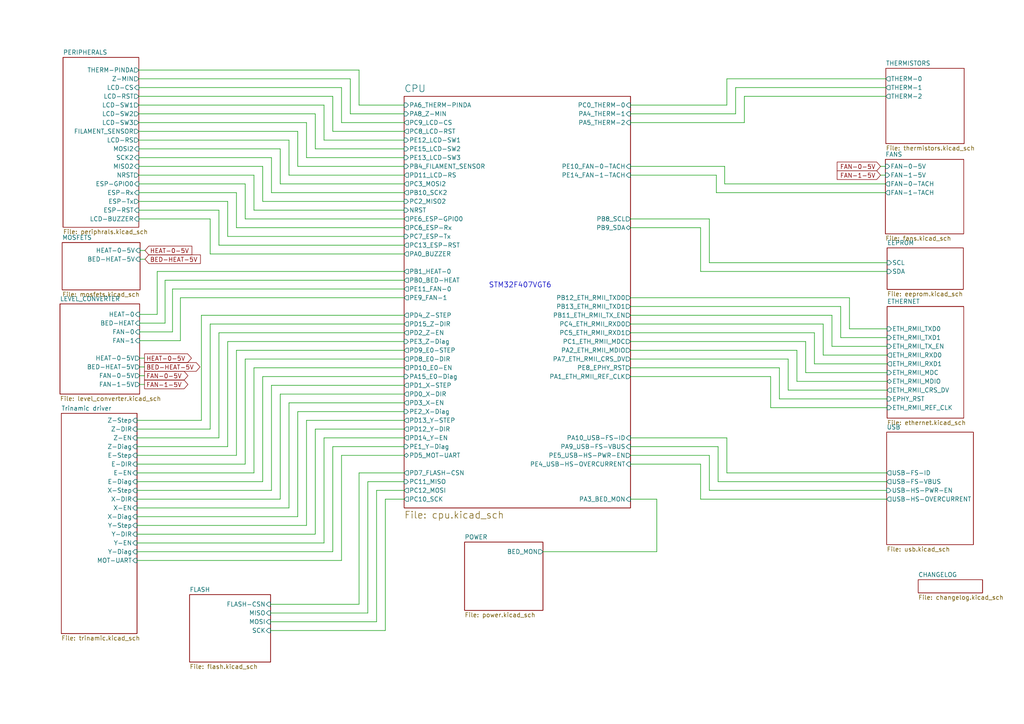
<source format=kicad_sch>
(kicad_sch
	(version 20231120)
	(generator "eeschema")
	(generator_version "8.0")
	(uuid "7fd16a52-1398-4be1-8d5a-5954df9cac25")
	(paper "A4")
	(title_block
		(title "Buddy")
		(date "2019-10-24")
		(rev "v1.0.0")
		(company "PRUSA Research s.r.o.")
		(comment 1 "http://creativecommons.org/licenses/by-sa/4.0/")
		(comment 2 "Licensed under the Attribution-ShareAlike 4.0 International (CC BY-SA 4.0)")
	)
	(lib_symbols)
	(wire
		(pts
			(xy 40.259 50.8) (xy 73.66 50.8)
		)
		(stroke
			(width 0)
			(type default)
		)
		(uuid "001ba8b1-28aa-4d51-b437-89a980543733")
	)
	(wire
		(pts
			(xy 78.486 177.8) (xy 106.68 177.8)
		)
		(stroke
			(width 0)
			(type default)
		)
		(uuid "01a90c37-067b-4e8e-a5f4-9bc71dde8b86")
	)
	(wire
		(pts
			(xy 73.66 106.68) (xy 117.221 106.68)
		)
		(stroke
			(width 0)
			(type default)
		)
		(uuid "0251695c-e7e8-43bc-82c9-5fadc9bac563")
	)
	(wire
		(pts
			(xy 76.2 109.22) (xy 117.221 109.22)
		)
		(stroke
			(width 0)
			(type default)
		)
		(uuid "04093fa8-84aa-4bd3-b3ba-b515ac34567f")
	)
	(wire
		(pts
			(xy 99.06 132.08) (xy 117.221 132.08)
		)
		(stroke
			(width 0)
			(type default)
		)
		(uuid "046ab13e-6831-4173-8225-e2a4e2103d9f")
	)
	(wire
		(pts
			(xy 86.36 119.38) (xy 117.221 119.38)
		)
		(stroke
			(width 0)
			(type default)
		)
		(uuid "0846e188-dd77-4fa2-8609-cdfc28c0779d")
	)
	(wire
		(pts
			(xy 182.88 91.44) (xy 241.3 91.44)
		)
		(stroke
			(width 0)
			(type default)
		)
		(uuid "08502112-3e70-4822-8749-75c86e13e7c7")
	)
	(wire
		(pts
			(xy 39.751 147.32) (xy 83.82 147.32)
		)
		(stroke
			(width 0)
			(type default)
		)
		(uuid "0856c66f-191f-45d2-b995-cfd44a5f578b")
	)
	(wire
		(pts
			(xy 58.42 91.44) (xy 117.221 91.44)
		)
		(stroke
			(width 0)
			(type default)
		)
		(uuid "0ba6db7b-749c-494a-9c3c-435deb9e584a")
	)
	(wire
		(pts
			(xy 45.593 78.74) (xy 45.593 91.186)
		)
		(stroke
			(width 0)
			(type default)
		)
		(uuid "0e01ff42-df35-4783-a644-4be634d7643f")
	)
	(wire
		(pts
			(xy 39.751 160.02) (xy 96.52 160.02)
		)
		(stroke
			(width 0)
			(type default)
		)
		(uuid "0e12b795-728b-42d5-a117-63f2c6926f32")
	)
	(wire
		(pts
			(xy 109.22 142.24) (xy 117.221 142.24)
		)
		(stroke
			(width 0)
			(type default)
		)
		(uuid "0f2510f8-afd6-4540-8333-59cb3697b0d9")
	)
	(wire
		(pts
			(xy 40.259 27.94) (xy 96.52 27.94)
		)
		(stroke
			(width 0)
			(type default)
		)
		(uuid "0f4210bc-05a6-4086-8395-447f381e6393")
	)
	(wire
		(pts
			(xy 104.14 30.48) (xy 117.221 30.48)
		)
		(stroke
			(width 0)
			(type default)
		)
		(uuid "0f8ad180-6577-4f44-8dba-44e6ff855db7")
	)
	(wire
		(pts
			(xy 52.324 86.36) (xy 52.324 98.806)
		)
		(stroke
			(width 0)
			(type default)
		)
		(uuid "1493ab79-1613-4482-8e53-0de37e97fd99")
	)
	(wire
		(pts
			(xy 246.38 86.36) (xy 246.38 95.377)
		)
		(stroke
			(width 0)
			(type default)
		)
		(uuid "15a26371-bcc3-4c03-bd8e-eab499b4ce01")
	)
	(wire
		(pts
			(xy 228.6 104.14) (xy 228.6 113.157)
		)
		(stroke
			(width 0)
			(type default)
		)
		(uuid "1748c390-5f64-4048-bbde-000dcb10a92d")
	)
	(wire
		(pts
			(xy 182.88 101.6) (xy 231.14 101.6)
		)
		(stroke
			(width 0)
			(type default)
		)
		(uuid "1a203b62-2a3f-4aa4-9389-ed5d54d169e0")
	)
	(wire
		(pts
			(xy 86.36 48.26) (xy 117.221 48.26)
		)
		(stroke
			(width 0)
			(type default)
		)
		(uuid "1b770d19-2a26-47e3-a468-471ae48e1e88")
	)
	(wire
		(pts
			(xy 109.22 142.24) (xy 109.22 180.34)
		)
		(stroke
			(width 0)
			(type default)
		)
		(uuid "1c62e52c-9772-4dda-96ee-ec30e08504b5")
	)
	(wire
		(pts
			(xy 39.751 162.56) (xy 99.06 162.56)
		)
		(stroke
			(width 0)
			(type default)
		)
		(uuid "1e56f0c0-4d7c-4141-a860-bc108c1f490f")
	)
	(wire
		(pts
			(xy 40.259 22.86) (xy 101.6 22.86)
		)
		(stroke
			(width 0)
			(type default)
		)
		(uuid "1f1ab8be-341b-4996-9d43-de14a87be218")
	)
	(wire
		(pts
			(xy 39.751 149.86) (xy 86.36 149.86)
		)
		(stroke
			(width 0)
			(type default)
		)
		(uuid "1f6b2ac8-61b1-461d-9d82-fda625ece7b6")
	)
	(wire
		(pts
			(xy 246.38 95.377) (xy 257.302 95.377)
		)
		(stroke
			(width 0)
			(type default)
		)
		(uuid "21becaf2-5e0b-4381-890a-f413af965889")
	)
	(wire
		(pts
			(xy 68.58 101.6) (xy 117.221 101.6)
		)
		(stroke
			(width 0)
			(type default)
		)
		(uuid "228ab768-03f2-4827-b4c8-2cfa2faf6a0d")
	)
	(wire
		(pts
			(xy 39.751 132.08) (xy 68.58 132.08)
		)
		(stroke
			(width 0)
			(type default)
		)
		(uuid "2310b86d-326e-404c-9bb9-161a0cb561e5")
	)
	(wire
		(pts
			(xy 40.513 108.966) (xy 41.91 108.966)
		)
		(stroke
			(width 0)
			(type default)
		)
		(uuid "240199c2-625b-4125-a067-fcf82d9fb605")
	)
	(wire
		(pts
			(xy 40.259 63.5) (xy 60.96 63.5)
		)
		(stroke
			(width 0)
			(type default)
		)
		(uuid "24cab40a-78ce-4123-a272-e28a7f2c2335")
	)
	(wire
		(pts
			(xy 238.76 102.997) (xy 257.302 102.997)
		)
		(stroke
			(width 0)
			(type default)
		)
		(uuid "24e2a692-9471-42b9-8dae-0a478f9c3f1d")
	)
	(wire
		(pts
			(xy 231.14 101.6) (xy 231.14 110.617)
		)
		(stroke
			(width 0)
			(type default)
		)
		(uuid "299599a2-76fa-47dc-943a-8998124597e5")
	)
	(wire
		(pts
			(xy 39.751 134.62) (xy 71.12 134.62)
		)
		(stroke
			(width 0)
			(type default)
		)
		(uuid "2a7cd088-c800-4b50-86df-ad32410a9601")
	)
	(wire
		(pts
			(xy 210.82 137.16) (xy 257.175 137.16)
		)
		(stroke
			(width 0)
			(type default)
		)
		(uuid "2c63e2da-12e8-4b8e-8c59-789fc3341b4a")
	)
	(wire
		(pts
			(xy 39.751 154.94) (xy 91.44 154.94)
		)
		(stroke
			(width 0)
			(type default)
		)
		(uuid "2ce61899-9b10-4f6c-a581-4dab88718266")
	)
	(wire
		(pts
			(xy 96.52 38.1) (xy 96.52 27.94)
		)
		(stroke
			(width 0)
			(type default)
		)
		(uuid "2e07abbc-7914-41e0-a505-2e2fafd01efb")
	)
	(wire
		(pts
			(xy 213.36 25.4) (xy 213.36 33.02)
		)
		(stroke
			(width 0)
			(type default)
		)
		(uuid "2e25769b-6f65-4bbc-9bb4-129e6054556e")
	)
	(wire
		(pts
			(xy 60.96 93.98) (xy 60.96 124.46)
		)
		(stroke
			(width 0)
			(type default)
		)
		(uuid "2e84fe08-da47-4c7d-90df-aed97d82d764")
	)
	(wire
		(pts
			(xy 60.96 73.66) (xy 117.221 73.66)
		)
		(stroke
			(width 0)
			(type default)
		)
		(uuid "3073a7d4-854a-4547-96eb-50535d1c4024")
	)
	(wire
		(pts
			(xy 104.14 137.16) (xy 104.14 175.26)
		)
		(stroke
			(width 0)
			(type default)
		)
		(uuid "3183b8aa-a67e-4c3f-aba8-87a9b8b2fb57")
	)
	(wire
		(pts
			(xy 91.44 43.18) (xy 91.44 33.02)
		)
		(stroke
			(width 0)
			(type default)
		)
		(uuid "31a39e35-8f7a-487d-902e-bbbba88a5a39")
	)
	(wire
		(pts
			(xy 207.772 50.8) (xy 207.772 55.88)
		)
		(stroke
			(width 0)
			(type default)
		)
		(uuid "329da0a2-512b-47ca-97b0-437694423587")
	)
	(wire
		(pts
			(xy 215.9 27.94) (xy 256.921 27.94)
		)
		(stroke
			(width 0)
			(type default)
		)
		(uuid "34cf5058-ff96-4463-87f0-10a9fb51e8c7")
	)
	(wire
		(pts
			(xy 63.5 96.52) (xy 117.221 96.52)
		)
		(stroke
			(width 0)
			(type default)
		)
		(uuid "354d9c8a-5a44-4b37-9d80-29b5e5a5e2a7")
	)
	(wire
		(pts
			(xy 40.513 91.186) (xy 45.593 91.186)
		)
		(stroke
			(width 0)
			(type default)
		)
		(uuid "3694cf24-a81e-48f1-b9d8-392ba3370842")
	)
	(wire
		(pts
			(xy 213.36 33.02) (xy 182.88 33.02)
		)
		(stroke
			(width 0)
			(type default)
		)
		(uuid "37398563-e109-4e12-9483-ba671be0e60a")
	)
	(wire
		(pts
			(xy 78.486 182.88) (xy 111.76 182.88)
		)
		(stroke
			(width 0)
			(type default)
		)
		(uuid "37c47ce8-ba03-4d7a-a786-1b7984d4df3f")
	)
	(wire
		(pts
			(xy 96.52 129.54) (xy 96.52 160.02)
		)
		(stroke
			(width 0)
			(type default)
		)
		(uuid "3896c0ef-5794-4af0-9449-61f7a47863dc")
	)
	(wire
		(pts
			(xy 40.259 20.32) (xy 104.14 20.32)
		)
		(stroke
			(width 0)
			(type default)
		)
		(uuid "38ebc6ff-d832-428c-9309-0cb4b3a1c47f")
	)
	(wire
		(pts
			(xy 39.751 152.4) (xy 88.9 152.4)
		)
		(stroke
			(width 0)
			(type default)
		)
		(uuid "392ee12f-8276-4c45-a57f-6234eaa60d1d")
	)
	(wire
		(pts
			(xy 203.2 78.74) (xy 257.302 78.74)
		)
		(stroke
			(width 0)
			(type default)
		)
		(uuid "3a1f5657-74f5-466e-ba94-aec717906ab2")
	)
	(wire
		(pts
			(xy 99.06 35.56) (xy 117.221 35.56)
		)
		(stroke
			(width 0)
			(type default)
		)
		(uuid "3e205648-a30d-496b-bfdc-7685f99d134a")
	)
	(wire
		(pts
			(xy 210.82 137.16) (xy 210.82 127)
		)
		(stroke
			(width 0)
			(type default)
		)
		(uuid "3fe761a2-91c4-4cb3-bb4a-c5c3ec4ec08b")
	)
	(wire
		(pts
			(xy 182.88 50.8) (xy 207.772 50.8)
		)
		(stroke
			(width 0)
			(type default)
		)
		(uuid "4135ec85-161f-4217-a953-5f2289f98098")
	)
	(wire
		(pts
			(xy 182.88 104.14) (xy 228.6 104.14)
		)
		(stroke
			(width 0)
			(type default)
		)
		(uuid "41765589-4ebb-4bb6-a364-716d1b914d97")
	)
	(wire
		(pts
			(xy 68.58 101.6) (xy 68.58 132.08)
		)
		(stroke
			(width 0)
			(type default)
		)
		(uuid "4185382f-13cf-4ca8-9138-aba0e0e3df9c")
	)
	(wire
		(pts
			(xy 241.3 91.44) (xy 241.3 100.457)
		)
		(stroke
			(width 0)
			(type default)
		)
		(uuid "425da17e-3172-4dac-9a4e-3baf924ba7d5")
	)
	(wire
		(pts
			(xy 88.9 45.72) (xy 117.221 45.72)
		)
		(stroke
			(width 0)
			(type default)
		)
		(uuid "44bebf93-44ae-44c4-aba0-40a66b51b03c")
	)
	(wire
		(pts
			(xy 228.6 113.157) (xy 257.302 113.157)
		)
		(stroke
			(width 0)
			(type default)
		)
		(uuid "46b7a666-dc31-43d7-988c-5a1de4197bb3")
	)
	(wire
		(pts
			(xy 40.513 111.506) (xy 41.91 111.506)
		)
		(stroke
			(width 0)
			(type default)
		)
		(uuid "47e98a8f-d9b2-443a-9656-176967b28111")
	)
	(wire
		(pts
			(xy 42.037 75.184) (xy 40.64 75.184)
		)
		(stroke
			(width 0)
			(type default)
		)
		(uuid "47f94588-a335-4d69-9fd2-4329e402254d")
	)
	(wire
		(pts
			(xy 205.74 63.5) (xy 205.74 76.2)
		)
		(stroke
			(width 0)
			(type default)
		)
		(uuid "48a2d692-df70-466b-a908-01f9cf07d2cb")
	)
	(wire
		(pts
			(xy 78.74 55.88) (xy 117.221 55.88)
		)
		(stroke
			(width 0)
			(type default)
		)
		(uuid "48cf0dfd-8fc6-43bd-88ba-22f5dc92040a")
	)
	(wire
		(pts
			(xy 182.88 109.22) (xy 223.52 109.22)
		)
		(stroke
			(width 0)
			(type default)
		)
		(uuid "4989ba98-1767-4863-bb53-21d757ed5454")
	)
	(wire
		(pts
			(xy 106.68 139.7) (xy 106.68 177.8)
		)
		(stroke
			(width 0)
			(type default)
		)
		(uuid "4ad9372e-3cc7-4452-afee-ce49be9277a4")
	)
	(wire
		(pts
			(xy 71.12 63.5) (xy 117.221 63.5)
		)
		(stroke
			(width 0)
			(type default)
		)
		(uuid "4e1a1f75-513a-49cf-8b0b-984afbb2bf52")
	)
	(wire
		(pts
			(xy 101.6 33.02) (xy 117.221 33.02)
		)
		(stroke
			(width 0)
			(type default)
		)
		(uuid "4ea11459-c579-4d4e-88ff-ab393694547c")
	)
	(wire
		(pts
			(xy 182.88 144.78) (xy 190.5 144.78)
		)
		(stroke
			(width 0)
			(type default)
		)
		(uuid "516fb034-86ba-4bb1-9dbf-1ff1b1d479ff")
	)
	(wire
		(pts
			(xy 63.5 96.52) (xy 63.5 127)
		)
		(stroke
			(width 0)
			(type default)
		)
		(uuid "539f82fb-a9b6-4cfb-aa2c-9382a667059b")
	)
	(wire
		(pts
			(xy 81.28 114.3) (xy 117.221 114.3)
		)
		(stroke
			(width 0)
			(type default)
		)
		(uuid "53e6e005-0884-40f1-9da2-8eace96632a2")
	)
	(wire
		(pts
			(xy 39.751 157.48) (xy 93.98 157.48)
		)
		(stroke
			(width 0)
			(type default)
		)
		(uuid "55dfc76e-6044-4f28-9f2e-aa3bc587af11")
	)
	(wire
		(pts
			(xy 63.5 71.12) (xy 117.221 71.12)
		)
		(stroke
			(width 0)
			(type default)
		)
		(uuid "563ec6dc-e3aa-4470-99cb-b594f0d714da")
	)
	(wire
		(pts
			(xy 190.5 160.02) (xy 157.48 160.02)
		)
		(stroke
			(width 0)
			(type default)
		)
		(uuid "56aea305-cd32-4f8f-a940-086ad83d9427")
	)
	(wire
		(pts
			(xy 76.2 48.26) (xy 76.2 58.42)
		)
		(stroke
			(width 0)
			(type default)
		)
		(uuid "57a1b0fa-4ccf-4f57-9b69-ace9bbe59fe3")
	)
	(wire
		(pts
			(xy 101.6 33.02) (xy 101.6 22.86)
		)
		(stroke
			(width 0)
			(type default)
		)
		(uuid "57bd9560-664f-44cb-9f9f-e0a3fc4dd85c")
	)
	(wire
		(pts
			(xy 210.82 30.48) (xy 182.88 30.48)
		)
		(stroke
			(width 0)
			(type default)
		)
		(uuid "5b646fb1-35a6-4f84-ab98-412c9bbd681a")
	)
	(wire
		(pts
			(xy 182.88 96.52) (xy 236.22 96.52)
		)
		(stroke
			(width 0)
			(type default)
		)
		(uuid "5c1b00c1-9474-4ea2-a8bd-d3aba1db989e")
	)
	(wire
		(pts
			(xy 88.9 121.92) (xy 117.221 121.92)
		)
		(stroke
			(width 0)
			(type default)
		)
		(uuid "5c270c82-46b7-4bbd-bf4d-aa2e37ed010c")
	)
	(wire
		(pts
			(xy 42.037 72.644) (xy 40.64 72.644)
		)
		(stroke
			(width 0)
			(type default)
		)
		(uuid "5c48b9d1-dcaf-4369-ba29-8db7df7f41e6")
	)
	(wire
		(pts
			(xy 40.259 40.64) (xy 83.82 40.64)
		)
		(stroke
			(width 0)
			(type default)
		)
		(uuid "5cd2471c-b320-4d7f-a5fc-3c0d75696e94")
	)
	(wire
		(pts
			(xy 255.397 50.8) (xy 256.794 50.8)
		)
		(stroke
			(width 0)
			(type default)
		)
		(uuid "609e16a3-e96f-493a-a34d-d2c5213fe04a")
	)
	(wire
		(pts
			(xy 40.259 60.96) (xy 63.5 60.96)
		)
		(stroke
			(width 0)
			(type default)
		)
		(uuid "626b9492-24b0-478d-b0c7-b36b50ad32c1")
	)
	(wire
		(pts
			(xy 73.66 60.96) (xy 117.221 60.96)
		)
		(stroke
			(width 0)
			(type default)
		)
		(uuid "629c781a-1604-466c-a178-e075b4f90947")
	)
	(wire
		(pts
			(xy 96.52 129.54) (xy 117.221 129.54)
		)
		(stroke
			(width 0)
			(type default)
		)
		(uuid "62cadc9a-7994-4c3e-9054-d48052020389")
	)
	(wire
		(pts
			(xy 236.22 105.537) (xy 257.302 105.537)
		)
		(stroke
			(width 0)
			(type default)
		)
		(uuid "62e8facc-219e-4fde-9a05-8888e286186e")
	)
	(wire
		(pts
			(xy 208.28 139.7) (xy 208.28 129.54)
		)
		(stroke
			(width 0)
			(type default)
		)
		(uuid "636df316-6c37-4b5b-8561-9aed966ccc07")
	)
	(wire
		(pts
			(xy 182.88 106.68) (xy 226.06 106.68)
		)
		(stroke
			(width 0)
			(type default)
		)
		(uuid "63991ce5-9ba8-48ec-80ba-4bf01d7062d0")
	)
	(wire
		(pts
			(xy 50.038 83.82) (xy 117.221 83.82)
		)
		(stroke
			(width 0)
			(type default)
		)
		(uuid "63fe98de-9d1a-4583-aac1-647a239fc7d6")
	)
	(wire
		(pts
			(xy 39.751 124.46) (xy 60.96 124.46)
		)
		(stroke
			(width 0)
			(type default)
		)
		(uuid "6402ac4b-4589-47d9-a0fa-37ded09bdb7d")
	)
	(wire
		(pts
			(xy 52.324 86.36) (xy 117.221 86.36)
		)
		(stroke
			(width 0)
			(type default)
		)
		(uuid "6488ce00-0fe6-4765-8fe4-b9b2086027ad")
	)
	(wire
		(pts
			(xy 210.82 22.86) (xy 210.82 30.48)
		)
		(stroke
			(width 0)
			(type default)
		)
		(uuid "6510a159-a463-4202-a6ac-b080889fb635")
	)
	(wire
		(pts
			(xy 106.68 139.7) (xy 117.221 139.7)
		)
		(stroke
			(width 0)
			(type default)
		)
		(uuid "680b81ba-3827-4115-9c41-85f340335212")
	)
	(wire
		(pts
			(xy 78.486 175.26) (xy 104.14 175.26)
		)
		(stroke
			(width 0)
			(type default)
		)
		(uuid "691a24b8-90c8-4905-a92c-669b4a6579a0")
	)
	(wire
		(pts
			(xy 83.82 40.64) (xy 83.82 50.8)
		)
		(stroke
			(width 0)
			(type default)
		)
		(uuid "691ffdd9-fa1b-42e8-80c1-b0746c839b5c")
	)
	(wire
		(pts
			(xy 182.88 127) (xy 210.82 127)
		)
		(stroke
			(width 0)
			(type default)
		)
		(uuid "6aa1e504-6230-4f6f-ac6f-e26e8d3aaf66")
	)
	(wire
		(pts
			(xy 71.12 104.14) (xy 71.12 134.62)
		)
		(stroke
			(width 0)
			(type default)
		)
		(uuid "6b66a5c4-d958-410f-8d30-564123fe418a")
	)
	(wire
		(pts
			(xy 205.74 142.24) (xy 257.175 142.24)
		)
		(stroke
			(width 0)
			(type default)
		)
		(uuid "6c5c8b1a-be57-4858-821b-b0f9b05040cd")
	)
	(wire
		(pts
			(xy 40.259 38.1) (xy 86.36 38.1)
		)
		(stroke
			(width 0)
			(type default)
		)
		(uuid "729915a3-5266-4260-8fba-984fe00a1eeb")
	)
	(wire
		(pts
			(xy 40.259 55.88) (xy 68.58 55.88)
		)
		(stroke
			(width 0)
			(type default)
		)
		(uuid "740e4064-b398-4bb3-b3d9-e90e56adb202")
	)
	(wire
		(pts
			(xy 40.259 53.34) (xy 71.12 53.34)
		)
		(stroke
			(width 0)
			(type default)
		)
		(uuid "74292f2e-2c2c-4ffa-acf4-55570dfe7c3d")
	)
	(wire
		(pts
			(xy 208.28 139.7) (xy 257.175 139.7)
		)
		(stroke
			(width 0)
			(type default)
		)
		(uuid "7a152a66-962f-4873-9c03-871741ca11b4")
	)
	(wire
		(pts
			(xy 91.44 124.46) (xy 91.44 154.94)
		)
		(stroke
			(width 0)
			(type default)
		)
		(uuid "7f16b97d-e386-49df-aaf2-663f5ef69a50")
	)
	(wire
		(pts
			(xy 93.98 127) (xy 93.98 157.48)
		)
		(stroke
			(width 0)
			(type default)
		)
		(uuid "80dee8f6-bac0-4126-ac3b-119018e77be9")
	)
	(wire
		(pts
			(xy 78.486 180.34) (xy 109.22 180.34)
		)
		(stroke
			(width 0)
			(type default)
		)
		(uuid "83d214e5-3e97-471b-a107-496148436383")
	)
	(wire
		(pts
			(xy 39.751 142.24) (xy 78.74 142.24)
		)
		(stroke
			(width 0)
			(type default)
		)
		(uuid "847710ef-318f-40f1-a539-24166b7c93e5")
	)
	(wire
		(pts
			(xy 243.84 97.917) (xy 257.302 97.917)
		)
		(stroke
			(width 0)
			(type default)
		)
		(uuid "84a0e67d-0976-4760-b362-dd92a70db54b")
	)
	(wire
		(pts
			(xy 66.04 99.06) (xy 66.04 129.54)
		)
		(stroke
			(width 0)
			(type default)
		)
		(uuid "84dfe91e-fc48-4a92-a17b-3782008421e5")
	)
	(wire
		(pts
			(xy 207.772 55.88) (xy 256.794 55.88)
		)
		(stroke
			(width 0)
			(type default)
		)
		(uuid "85557801-478e-43eb-a385-cf501507e22c")
	)
	(wire
		(pts
			(xy 63.5 60.96) (xy 63.5 71.12)
		)
		(stroke
			(width 0)
			(type default)
		)
		(uuid "85b314bb-92c7-43da-ab43-79dd6997fd82")
	)
	(wire
		(pts
			(xy 223.52 109.22) (xy 223.52 118.237)
		)
		(stroke
			(width 0)
			(type default)
		)
		(uuid "87c07439-f30d-4296-958d-abd4e9d792c9")
	)
	(wire
		(pts
			(xy 182.88 66.04) (xy 203.2 66.04)
		)
		(stroke
			(width 0)
			(type default)
		)
		(uuid "87e49a24-5230-47b5-b9bd-216de2c49619")
	)
	(wire
		(pts
			(xy 182.88 99.06) (xy 233.68 99.06)
		)
		(stroke
			(width 0)
			(type default)
		)
		(uuid "88cc7fbb-abad-4a2e-a60f-2e6e1538636d")
	)
	(wire
		(pts
			(xy 205.74 76.2) (xy 257.302 76.2)
		)
		(stroke
			(width 0)
			(type default)
		)
		(uuid "88f335f3-230b-433b-bd47-992c3caed634")
	)
	(wire
		(pts
			(xy 96.52 38.1) (xy 117.221 38.1)
		)
		(stroke
			(width 0)
			(type default)
		)
		(uuid "891db195-0e9e-4273-a5b7-96891747da6b")
	)
	(wire
		(pts
			(xy 39.751 127) (xy 63.5 127)
		)
		(stroke
			(width 0)
			(type default)
		)
		(uuid "8a7d9b3a-598d-445f-a972-bf4b3c85e0dd")
	)
	(wire
		(pts
			(xy 40.513 106.426) (xy 41.91 106.426)
		)
		(stroke
			(width 0)
			(type default)
		)
		(uuid "8b409fa0-d545-4969-a82d-9f89fffae79c")
	)
	(wire
		(pts
			(xy 83.82 116.84) (xy 117.221 116.84)
		)
		(stroke
			(width 0)
			(type default)
		)
		(uuid "8dd40a4f-ce56-487f-aea8-f5ad27a47f11")
	)
	(wire
		(pts
			(xy 39.751 144.78) (xy 81.28 144.78)
		)
		(stroke
			(width 0)
			(type default)
		)
		(uuid "8e5589fa-ccd4-4c8e-af79-a817cc5da5e6")
	)
	(wire
		(pts
			(xy 73.66 106.68) (xy 73.66 137.16)
		)
		(stroke
			(width 0)
			(type default)
		)
		(uuid "932a491e-77c1-4c1c-bba4-389e59ace75c")
	)
	(wire
		(pts
			(xy 81.28 53.34) (xy 81.28 43.18)
		)
		(stroke
			(width 0)
			(type default)
		)
		(uuid "945dc993-cc4d-41fc-91c1-9d14931521d1")
	)
	(wire
		(pts
			(xy 58.42 91.44) (xy 58.42 121.92)
		)
		(stroke
			(width 0)
			(type default)
		)
		(uuid "94a5bc69-cd2e-4f72-b17a-b6c49ba47469")
	)
	(wire
		(pts
			(xy 99.06 132.08) (xy 99.06 162.56)
		)
		(stroke
			(width 0)
			(type default)
		)
		(uuid "96233f54-31a7-4ca3-8cbf-5368b4b05b9c")
	)
	(wire
		(pts
			(xy 203.2 134.62) (xy 182.88 134.62)
		)
		(stroke
			(width 0)
			(type default)
		)
		(uuid "96b33168-a563-427b-b9a2-f8396a6e000f")
	)
	(wire
		(pts
			(xy 47.879 81.28) (xy 47.879 93.726)
		)
		(stroke
			(width 0)
			(type default)
		)
		(uuid "9713cf27-09b1-40dc-9414-96f71f3d11c9")
	)
	(wire
		(pts
			(xy 205.74 142.24) (xy 205.74 132.08)
		)
		(stroke
			(width 0)
			(type default)
		)
		(uuid "996bd932-e88c-47d6-ba9a-b8eb9a972f8b")
	)
	(wire
		(pts
			(xy 40.259 35.56) (xy 88.9 35.56)
		)
		(stroke
			(width 0)
			(type default)
		)
		(uuid "99b0d895-61ed-4e6b-8875-20cc550d9de5")
	)
	(wire
		(pts
			(xy 76.2 58.42) (xy 117.221 58.42)
		)
		(stroke
			(width 0)
			(type default)
		)
		(uuid "9c91c070-c2ed-45d8-8038-6a43c57b3260")
	)
	(wire
		(pts
			(xy 203.2 144.78) (xy 257.175 144.78)
		)
		(stroke
			(width 0)
			(type default)
		)
		(uuid "9cba04fe-bbf3-406f-ae0a-1d423a15bc5f")
	)
	(wire
		(pts
			(xy 91.44 43.18) (xy 117.221 43.18)
		)
		(stroke
			(width 0)
			(type default)
		)
		(uuid "9d04972d-7088-459c-b40e-8acd6293c385")
	)
	(wire
		(pts
			(xy 104.14 30.48) (xy 104.14 20.32)
		)
		(stroke
			(width 0)
			(type default)
		)
		(uuid "9fc91aeb-b690-4a34-9d43-0f80b8c2329e")
	)
	(wire
		(pts
			(xy 182.88 86.36) (xy 246.38 86.36)
		)
		(stroke
			(width 0)
			(type default)
		)
		(uuid "a5684939-2001-447d-b201-a5d0907c5a24")
	)
	(wire
		(pts
			(xy 40.513 96.266) (xy 50.038 96.266)
		)
		(stroke
			(width 0)
			(type default)
		)
		(uuid "a70d1993-dc56-449c-bec5-3ecdef9e0595")
	)
	(wire
		(pts
			(xy 83.82 50.8) (xy 117.221 50.8)
		)
		(stroke
			(width 0)
			(type default)
		)
		(uuid "ab658caa-f54c-45e4-9df0-41ed5a8a9432")
	)
	(wire
		(pts
			(xy 238.76 93.98) (xy 238.76 102.997)
		)
		(stroke
			(width 0)
			(type default)
		)
		(uuid "acbd6f4c-d94b-4325-806a-e44901492725")
	)
	(wire
		(pts
			(xy 215.9 35.56) (xy 215.9 27.94)
		)
		(stroke
			(width 0)
			(type default)
		)
		(uuid "acbe96f9-38e0-46f6-85ff-5f97b58bbda8")
	)
	(wire
		(pts
			(xy 71.12 53.34) (xy 71.12 63.5)
		)
		(stroke
			(width 0)
			(type default)
		)
		(uuid "ad326113-958c-4900-93ff-d77c502bf17f")
	)
	(wire
		(pts
			(xy 86.36 119.38) (xy 86.36 149.86)
		)
		(stroke
			(width 0)
			(type default)
		)
		(uuid "ad5c8001-b6ad-4d2c-8a89-89b9f1a2d961")
	)
	(wire
		(pts
			(xy 40.259 48.26) (xy 76.2 48.26)
		)
		(stroke
			(width 0)
			(type default)
		)
		(uuid "adde2f4c-93dd-4786-b1a4-b91251a3db40")
	)
	(wire
		(pts
			(xy 210.185 53.34) (xy 256.794 53.34)
		)
		(stroke
			(width 0)
			(type default)
		)
		(uuid "ae972fd2-9455-48a2-9c2e-aa3250bfaa02")
	)
	(wire
		(pts
			(xy 78.74 55.88) (xy 78.74 45.72)
		)
		(stroke
			(width 0)
			(type default)
		)
		(uuid "afc6770b-bacf-436b-b663-10142e8a1a28")
	)
	(wire
		(pts
			(xy 40.259 33.02) (xy 91.44 33.02)
		)
		(stroke
			(width 0)
			(type default)
		)
		(uuid "afee45fd-be98-4148-9c7f-b2b11deb42ce")
	)
	(wire
		(pts
			(xy 99.06 35.56) (xy 99.06 25.4)
		)
		(stroke
			(width 0)
			(type default)
		)
		(uuid "b140f91e-da2d-439c-b872-d2d6b5026744")
	)
	(wire
		(pts
			(xy 88.9 45.72) (xy 88.9 35.56)
		)
		(stroke
			(width 0)
			(type default)
		)
		(uuid "b15002ac-ff9f-4ce4-92f3-8bb98944cf42")
	)
	(wire
		(pts
			(xy 226.06 106.68) (xy 226.06 115.697)
		)
		(stroke
			(width 0)
			(type default)
		)
		(uuid "b3327e70-c402-4213-813c-7ea3cca866f0")
	)
	(wire
		(pts
			(xy 236.22 96.52) (xy 236.22 105.537)
		)
		(stroke
			(width 0)
			(type default)
		)
		(uuid "b40ca3ed-05a5-4a43-9e73-a0e357d8ed3c")
	)
	(wire
		(pts
			(xy 233.68 108.077) (xy 257.302 108.077)
		)
		(stroke
			(width 0)
			(type default)
		)
		(uuid "b482be44-d149-4b61-8b1c-efe8b2c9bc9e")
	)
	(wire
		(pts
			(xy 39.751 121.92) (xy 58.42 121.92)
		)
		(stroke
			(width 0)
			(type default)
		)
		(uuid "b4afb533-6886-4b8e-ae43-aff663c0d3c4")
	)
	(wire
		(pts
			(xy 39.751 139.7) (xy 76.2 139.7)
		)
		(stroke
			(width 0)
			(type default)
		)
		(uuid "b6085499-ae15-4135-9dfa-4541843cac5c")
	)
	(wire
		(pts
			(xy 50.038 83.82) (xy 50.038 96.266)
		)
		(stroke
			(width 0)
			(type default)
		)
		(uuid "b861c95c-2492-4ae3-afc2-0846c8c3e84d")
	)
	(wire
		(pts
			(xy 60.96 93.98) (xy 117.221 93.98)
		)
		(stroke
			(width 0)
			(type default)
		)
		(uuid "b8e42cf4-39ac-4057-b5d1-287cc944de34")
	)
	(wire
		(pts
			(xy 182.88 93.98) (xy 238.76 93.98)
		)
		(stroke
			(width 0)
			(type default)
		)
		(uuid "bac6f014-a3e0-4c68-8c8e-cba54dec3723")
	)
	(wire
		(pts
			(xy 40.259 43.18) (xy 81.28 43.18)
		)
		(stroke
			(width 0)
			(type default)
		)
		(uuid "bbbfdfa4-f6d9-41fc-8000-cd0cd396af07")
	)
	(wire
		(pts
			(xy 190.5 144.78) (xy 190.5 160.02)
		)
		(stroke
			(width 0)
			(type default)
		)
		(uuid "bd1b6573-3d0f-478e-9f16-9a27d12cc75a")
	)
	(wire
		(pts
			(xy 40.259 25.4) (xy 99.06 25.4)
		)
		(stroke
			(width 0)
			(type default)
		)
		(uuid "c061afeb-5852-40c9-9e0e-91fc345a081e")
	)
	(wire
		(pts
			(xy 47.879 81.28) (xy 117.221 81.28)
		)
		(stroke
			(width 0)
			(type default)
		)
		(uuid "c0eb849a-807e-41c1-8276-792f88fc01bb")
	)
	(wire
		(pts
			(xy 182.88 48.26) (xy 210.185 48.26)
		)
		(stroke
			(width 0)
			(type default)
		)
		(uuid "c100989e-f70a-4883-9ed6-85a79a6b778f")
	)
	(wire
		(pts
			(xy 104.14 137.16) (xy 117.221 137.16)
		)
		(stroke
			(width 0)
			(type default)
		)
		(uuid "c1e8a786-2256-4b00-930b-3ef3aca5722a")
	)
	(wire
		(pts
			(xy 40.259 45.72) (xy 78.74 45.72)
		)
		(stroke
			(width 0)
			(type default)
		)
		(uuid "c3b546d1-6f20-4c8f-8156-118ec4f1adc5")
	)
	(wire
		(pts
			(xy 226.06 115.697) (xy 257.302 115.697)
		)
		(stroke
			(width 0)
			(type default)
		)
		(uuid "c46e42fe-b4bf-40bc-a586-01e9fc8da292")
	)
	(wire
		(pts
			(xy 40.259 58.42) (xy 66.04 58.42)
		)
		(stroke
			(width 0)
			(type default)
		)
		(uuid "c67e5a68-b715-492c-8d02-049643b04be0")
	)
	(wire
		(pts
			(xy 241.3 100.457) (xy 257.302 100.457)
		)
		(stroke
			(width 0)
			(type default)
		)
		(uuid "c759c89e-1a54-4cdc-9faa-b9ba916ad9c6")
	)
	(wire
		(pts
			(xy 78.74 111.76) (xy 117.221 111.76)
		)
		(stroke
			(width 0)
			(type default)
		)
		(uuid "c87fc6b0-291a-4b80-a981-3d12cfed78c3")
	)
	(wire
		(pts
			(xy 182.88 63.5) (xy 205.74 63.5)
		)
		(stroke
			(width 0)
			(type default)
		)
		(uuid "c8d8b980-0dfa-4afa-95cc-f784ffab46b7")
	)
	(wire
		(pts
			(xy 81.28 53.34) (xy 117.221 53.34)
		)
		(stroke
			(width 0)
			(type default)
		)
		(uuid "c9224995-d6ea-4205-ab5f-acad39ed912e")
	)
	(wire
		(pts
			(xy 88.9 121.92) (xy 88.9 152.4)
		)
		(stroke
			(width 0)
			(type default)
		)
		(uuid "ca702805-1aa1-4ced-a4de-611334a4e72e")
	)
	(wire
		(pts
			(xy 40.513 93.726) (xy 47.879 93.726)
		)
		(stroke
			(width 0)
			(type default)
		)
		(uuid "cd09c817-9775-47c8-b467-4c549bce9e7d")
	)
	(wire
		(pts
			(xy 39.751 137.16) (xy 73.66 137.16)
		)
		(stroke
			(width 0)
			(type default)
		)
		(uuid "d021c2d9-7048-4ee4-b366-3d7e0294d97c")
	)
	(wire
		(pts
			(xy 66.04 58.42) (xy 66.04 68.58)
		)
		(stroke
			(width 0)
			(type default)
		)
		(uuid "d12a1214-81f1-4c99-85cf-f611e095ad79")
	)
	(wire
		(pts
			(xy 210.185 48.26) (xy 210.185 53.34)
		)
		(stroke
			(width 0)
			(type default)
		)
		(uuid "d148f68a-6d62-4006-8a8a-8283c081cb1d")
	)
	(wire
		(pts
			(xy 93.98 40.64) (xy 93.98 30.48)
		)
		(stroke
			(width 0)
			(type default)
		)
		(uuid "d17bc03c-8dcf-47b7-9b35-8ac01da99641")
	)
	(wire
		(pts
			(xy 40.513 98.806) (xy 52.324 98.806)
		)
		(stroke
			(width 0)
			(type default)
		)
		(uuid "d5ec6a66-5d27-4e7d-94cf-778c532ffbab")
	)
	(wire
		(pts
			(xy 93.98 40.64) (xy 117.221 40.64)
		)
		(stroke
			(width 0)
			(type default)
		)
		(uuid "d63450b5-1cdb-4fb7-a2ef-e5661d75f67d")
	)
	(wire
		(pts
			(xy 40.259 30.48) (xy 93.98 30.48)
		)
		(stroke
			(width 0)
			(type default)
		)
		(uuid "d91dd847-098f-460d-91de-5b01e28f43f8")
	)
	(wire
		(pts
			(xy 205.74 132.08) (xy 182.88 132.08)
		)
		(stroke
			(width 0)
			(type default)
		)
		(uuid "d9c29356-7882-4871-9a9d-7a34c6333304")
	)
	(wire
		(pts
			(xy 86.36 48.26) (xy 86.36 38.1)
		)
		(stroke
			(width 0)
			(type default)
		)
		(uuid "dde387f8-d040-4d89-bcdc-539b7e76c3a1")
	)
	(wire
		(pts
			(xy 39.751 129.54) (xy 66.04 129.54)
		)
		(stroke
			(width 0)
			(type default)
		)
		(uuid "de49263f-da95-4599-b225-07616f115f95")
	)
	(wire
		(pts
			(xy 71.12 104.14) (xy 117.221 104.14)
		)
		(stroke
			(width 0)
			(type default)
		)
		(uuid "dec36c0a-e0cb-4342-bf5b-93418de19dc7")
	)
	(wire
		(pts
			(xy 41.91 103.886) (xy 40.513 103.886)
		)
		(stroke
			(width 0)
			(type default)
		)
		(uuid "df62ab02-74be-4e33-ba79-6d9a5086b1dc")
	)
	(wire
		(pts
			(xy 66.04 68.58) (xy 117.221 68.58)
		)
		(stroke
			(width 0)
			(type default)
		)
		(uuid "dfb9f690-0136-44dc-9663-d6fa66fef950")
	)
	(wire
		(pts
			(xy 182.88 35.56) (xy 215.9 35.56)
		)
		(stroke
			(width 0)
			(type default)
		)
		(uuid "e3a9befd-4a65-4838-beb3-730de7225499")
	)
	(wire
		(pts
			(xy 182.88 88.9) (xy 243.84 88.9)
		)
		(stroke
			(width 0)
			(type default)
		)
		(uuid "e3b2aa8d-bbc6-42f0-aed3-6509eb1d411d")
	)
	(wire
		(pts
			(xy 68.58 55.88) (xy 68.58 66.04)
		)
		(stroke
			(width 0)
			(type default)
		)
		(uuid "e507a99c-9a1a-4019-a330-a064aa941cd4")
	)
	(wire
		(pts
			(xy 91.44 124.46) (xy 117.221 124.46)
		)
		(stroke
			(width 0)
			(type default)
		)
		(uuid "e8ab5179-ec64-4cde-956d-7a79dd962a58")
	)
	(wire
		(pts
			(xy 111.76 144.78) (xy 111.76 182.88)
		)
		(stroke
			(width 0)
			(type default)
		)
		(uuid "ea086bd3-5b8a-4117-beef-c933743aedb7")
	)
	(wire
		(pts
			(xy 66.04 99.06) (xy 117.221 99.06)
		)
		(stroke
			(width 0)
			(type default)
		)
		(uuid "ec07cbea-db1d-486f-b537-9b35898b87a3")
	)
	(wire
		(pts
			(xy 68.58 66.04) (xy 117.221 66.04)
		)
		(stroke
			(width 0)
			(type default)
		)
		(uuid "ed175aed-8bad-47f7-bc8a-4049494fc23c")
	)
	(wire
		(pts
			(xy 60.96 63.5) (xy 60.96 73.66)
		)
		(stroke
			(width 0)
			(type default)
		)
		(uuid "ee6f60f5-b234-4500-b046-5926c385cccd")
	)
	(wire
		(pts
			(xy 223.52 118.237) (xy 257.302 118.237)
		)
		(stroke
			(width 0)
			(type default)
		)
		(uuid "eeefbb61-1a10-4f5c-a2f2-dad707dc76f0")
	)
	(wire
		(pts
			(xy 83.82 116.84) (xy 83.82 147.32)
		)
		(stroke
			(width 0)
			(type default)
		)
		(uuid "efa85786-ca82-4315-9149-a8bed18f8175")
	)
	(wire
		(pts
			(xy 73.66 60.96) (xy 73.66 50.8)
		)
		(stroke
			(width 0)
			(type default)
		)
		(uuid "eff39742-2514-4b35-9d23-7862dd514e7d")
	)
	(wire
		(pts
			(xy 78.74 111.76) (xy 78.74 142.24)
		)
		(stroke
			(width 0)
			(type default)
		)
		(uuid "f00ddd60-caea-4b4a-a843-1f4c2c27becf")
	)
	(wire
		(pts
			(xy 45.593 78.74) (xy 117.221 78.74)
		)
		(stroke
			(width 0)
			(type default)
		)
		(uuid "f1b174d6-9062-4b6c-bc8c-efe64fc5a53e")
	)
	(wire
		(pts
			(xy 231.14 110.617) (xy 257.302 110.617)
		)
		(stroke
			(width 0)
			(type default)
		)
		(uuid "f23b791d-c35a-47b6-80fa-a01c6e9f2310")
	)
	(wire
		(pts
			(xy 111.76 144.78) (xy 117.221 144.78)
		)
		(stroke
			(width 0)
			(type default)
		)
		(uuid "f2a2c538-4910-4195-b994-7ed0c0239d05")
	)
	(wire
		(pts
			(xy 203.2 144.78) (xy 203.2 134.62)
		)
		(stroke
			(width 0)
			(type default)
		)
		(uuid "f44f6f06-822f-4a48-bddd-89e2b132b535")
	)
	(wire
		(pts
			(xy 243.84 88.9) (xy 243.84 97.917)
		)
		(stroke
			(width 0)
			(type default)
		)
		(uuid "f4ee9b98-4747-481c-8f66-bb50d014f858")
	)
	(wire
		(pts
			(xy 210.82 22.86) (xy 256.921 22.86)
		)
		(stroke
			(width 0)
			(type default)
		)
		(uuid "f6371552-a812-4b0f-b8fd-f9ed214f8ada")
	)
	(wire
		(pts
			(xy 256.794 48.26) (xy 255.397 48.26)
		)
		(stroke
			(width 0)
			(type default)
		)
		(uuid "f6ed9799-3cd0-4885-b55f-49bed063e2e9")
	)
	(wire
		(pts
			(xy 233.68 99.06) (xy 233.68 108.077)
		)
		(stroke
			(width 0)
			(type default)
		)
		(uuid "f8832586-11f4-4911-ae3d-5f2d8e063fc1")
	)
	(wire
		(pts
			(xy 213.36 25.4) (xy 256.921 25.4)
		)
		(stroke
			(width 0)
			(type default)
		)
		(uuid "f88ac681-c8e4-42ab-be6e-0d49658bb6d2")
	)
	(wire
		(pts
			(xy 182.88 129.54) (xy 208.28 129.54)
		)
		(stroke
			(width 0)
			(type default)
		)
		(uuid "f9bdef44-3355-4deb-86c2-adcda28fa3be")
	)
	(wire
		(pts
			(xy 76.2 109.22) (xy 76.2 139.7)
		)
		(stroke
			(width 0)
			(type default)
		)
		(uuid "fa4a1fc4-662b-4484-8738-198cfd332bc9")
	)
	(wire
		(pts
			(xy 81.28 114.3) (xy 81.28 144.78)
		)
		(stroke
			(width 0)
			(type default)
		)
		(uuid "fa721d45-d03c-46be-93e3-1c18071479d4")
	)
	(wire
		(pts
			(xy 203.2 66.04) (xy 203.2 78.74)
		)
		(stroke
			(width 0)
			(type default)
		)
		(uuid "fbcca7ae-bedd-43e0-98d5-58319fc92d13")
	)
	(wire
		(pts
			(xy 93.98 127) (xy 117.221 127)
		)
		(stroke
			(width 0)
			(type default)
		)
		(uuid "feaed70d-76c7-4d44-b17c-a9134e62be35")
	)
	(text "STM32F407VGT6"
		(exclude_from_sim no)
		(at 141.732 83.693 0)
		(effects
			(font
				(size 1.4986 1.4986)
			)
			(justify left bottom)
		)
		(uuid "235a15e1-6bea-4d1c-ba6c-b9ff151ad147")
	)
	(global_label "HEAT-0-5V"
		(shape output)
		(at 41.91 103.886 0)
		(effects
			(font
				(size 1.27 1.27)
			)
			(justify left)
		)
		(uuid "047fc866-1f47-4592-9836-7427e9d81cf4")
		(property "Intersheetrefs" "${INTERSHEET_REFS}"
			(at 41.91 103.886 0)
			(effects
				(font
					(size 1.27 1.27)
				)
				(hide yes)
			)
		)
	)
	(global_label "BED-HEAT-5V"
		(shape input)
		(at 42.037 75.184 0)
		(effects
			(font
				(size 1.27 1.27)
			)
			(justify left)
		)
		(uuid "065ef14b-90b7-49c3-9343-35540c0681de")
		(property "Intersheetrefs" "${INTERSHEET_REFS}"
			(at 42.037 75.184 0)
			(effects
				(font
					(size 1.27 1.27)
				)
				(hide yes)
			)
		)
	)
	(global_label "FAN-1-5V"
		(shape input)
		(at 255.397 50.8 180)
		(effects
			(font
				(size 1.27 1.27)
			)
			(justify right)
		)
		(uuid "11835a6f-b8ed-4192-82be-2abd7e95c1e3")
		(property "Intersheetrefs" "${INTERSHEET_REFS}"
			(at 255.397 50.8 0)
			(effects
				(font
					(size 1.27 1.27)
				)
				(hide yes)
			)
		)
	)
	(global_label "BED-HEAT-5V"
		(shape output)
		(at 41.91 106.426 0)
		(effects
			(font
				(size 1.27 1.27)
			)
			(justify left)
		)
		(uuid "1cd0adad-28b0-4894-bfde-da07a7f262b0")
		(property "Intersheetrefs" "${INTERSHEET_REFS}"
			(at 41.91 106.426 0)
			(effects
				(font
					(size 1.27 1.27)
				)
				(hide yes)
			)
		)
	)
	(global_label "FAN-0-5V"
		(shape output)
		(at 41.91 108.966 0)
		(effects
			(font
				(size 1.27 1.27)
			)
			(justify left)
		)
		(uuid "278fb0f2-310a-4e0f-9cea-1c361f688ce5")
		(property "Intersheetrefs" "${INTERSHEET_REFS}"
			(at 41.91 108.966 0)
			(effects
				(font
					(size 1.27 1.27)
				)
				(hide yes)
			)
		)
	)
	(global_label "FAN-1-5V"
		(shape output)
		(at 41.91 111.506 0)
		(effects
			(font
				(size 1.27 1.27)
			)
			(justify left)
		)
		(uuid "2945cfc6-1bb4-47ee-bc35-4ebe0e9afaea")
		(property "Intersheetrefs" "${INTERSHEET_REFS}"
			(at 41.91 111.506 0)
			(effects
				(font
					(size 1.27 1.27)
				)
				(hide yes)
			)
		)
	)
	(global_label "FAN-0-5V"
		(shape input)
		(at 255.397 48.26 180)
		(effects
			(font
				(size 1.27 1.27)
			)
			(justify right)
		)
		(uuid "98c0a62a-4236-4044-b2d2-d1eeaeedae2e")
		(property "Intersheetrefs" "${INTERSHEET_REFS}"
			(at 255.397 48.26 0)
			(effects
				(font
					(size 1.27 1.27)
				)
				(hide yes)
			)
		)
	)
	(global_label "HEAT-0-5V"
		(shape input)
		(at 42.037 72.644 0)
		(effects
			(font
				(size 1.27 1.27)
			)
			(justify left)
		)
		(uuid "d4fff146-3b24-41df-8689-ade06cf4945c")
		(property "Intersheetrefs" "${INTERSHEET_REFS}"
			(at 42.037 72.644 0)
			(effects
				(font
					(size 1.27 1.27)
				)
				(hide yes)
			)
		)
	)
	(sheet
		(at 17.78 119.888)
		(size 21.971 63.881)
		(fields_autoplaced yes)
		(stroke
			(width 0)
			(type solid)
		)
		(fill
			(color 0 0 0 0.0000)
		)
		(uuid "00000000-0000-0000-0000-00005c471068")
		(property "Sheetname" "Trinamic driver"
			(at 17.78 119.1764 0)
			(effects
				(font
					(size 1.27 1.27)
				)
				(justify left bottom)
			)
		)
		(property "Sheetfile" "trinamic.kicad_sch"
			(at 17.78 184.3536 0)
			(effects
				(font
					(size 1.27 1.27)
				)
				(justify left top)
			)
		)
		(pin "X-Step" input
			(at 39.751 142.24 0)
			(effects
				(font
					(size 1.27 1.27)
				)
				(justify right)
			)
			(uuid "86c6a60c-e0a2-400e-94c6-2dc93634285d")
		)
		(pin "X-DIR" input
			(at 39.751 144.78 0)
			(effects
				(font
					(size 1.27 1.27)
				)
				(justify right)
			)
			(uuid "e22dee38-cb6e-4ce7-b4fd-455b8d051cbd")
		)
		(pin "X-EN" input
			(at 39.751 147.32 0)
			(effects
				(font
					(size 1.27 1.27)
				)
				(justify right)
			)
			(uuid "2ee31d97-7f80-4a02-a54b-e38799959bb7")
		)
		(pin "X-Diag" input
			(at 39.751 149.86 0)
			(effects
				(font
					(size 1.27 1.27)
				)
				(justify right)
			)
			(uuid "7a6169be-b214-48f3-a76d-0e965a4044ef")
		)
		(pin "Y-Step" input
			(at 39.751 152.4 0)
			(effects
				(font
					(size 1.27 1.27)
				)
				(justify right)
			)
			(uuid "25f1d938-f958-4775-a0a5-8c93c1730c6a")
		)
		(pin "Y-DIR" input
			(at 39.751 154.94 0)
			(effects
				(font
					(size 1.27 1.27)
				)
				(justify right)
			)
			(uuid "ccc15fc5-98f4-49a8-a31e-6830531af5a6")
		)
		(pin "Y-EN" input
			(at 39.751 157.48 0)
			(effects
				(font
					(size 1.27 1.27)
				)
				(justify right)
			)
			(uuid "fa203d8d-1375-4bd8-beca-084bd267deeb")
		)
		(pin "Y-Diag" input
			(at 39.751 160.02 0)
			(effects
				(font
					(size 1.27 1.27)
				)
				(justify right)
			)
			(uuid "c7464fd5-1f28-4ad8-81e5-54d36cc27d79")
		)
		(pin "Z-Step" input
			(at 39.751 121.92 0)
			(effects
				(font
					(size 1.27 1.27)
				)
				(justify right)
			)
			(uuid "82e0cf75-77f4-4fed-9e42-5badde139698")
		)
		(pin "Z-DIR" input
			(at 39.751 124.46 0)
			(effects
				(font
					(size 1.27 1.27)
				)
				(justify right)
			)
			(uuid "fcb77374-4ef1-4f4b-b6ce-531ca4c87230")
		)
		(pin "Z-EN" input
			(at 39.751 127 0)
			(effects
				(font
					(size 1.27 1.27)
				)
				(justify right)
			)
			(uuid "fc94240f-6834-4c43-80d6-5ee62b936397")
		)
		(pin "Z-Diag" input
			(at 39.751 129.54 0)
			(effects
				(font
					(size 1.27 1.27)
				)
				(justify right)
			)
			(uuid "8bbb97fd-7448-47f2-a688-bc388b0c4134")
		)
		(pin "MOT-UART" input
			(at 39.751 162.56 0)
			(effects
				(font
					(size 1.27 1.27)
				)
				(justify right)
			)
			(uuid "f44cccec-97ce-4a93-a0be-caa2265be053")
		)
		(pin "E-Step" input
			(at 39.751 132.08 0)
			(effects
				(font
					(size 1.27 1.27)
				)
				(justify right)
			)
			(uuid "856e6b13-0598-4f10-a0e6-48a72626ae03")
		)
		(pin "E-DIR" input
			(at 39.751 134.62 0)
			(effects
				(font
					(size 1.27 1.27)
				)
				(justify right)
			)
			(uuid "46622b3a-b846-4a6a-8bc7-b63e0824b320")
		)
		(pin "E-EN" input
			(at 39.751 137.16 0)
			(effects
				(font
					(size 1.27 1.27)
				)
				(justify right)
			)
			(uuid "296d9def-a630-4b67-a698-ea77e7f32b53")
		)
		(pin "E-Diag" input
			(at 39.751 139.7 0)
			(effects
				(font
					(size 1.27 1.27)
				)
				(justify right)
			)
			(uuid "dd3c17b7-1189-432a-b340-719857626ab8")
		)
		(instances
			(project "BUDDY_v1.0.0"
				(path "/7fd16a52-1398-4be1-8d5a-5954df9cac25"
					(page "3")
				)
			)
		)
	)
	(sheet
		(at 256.794 46.228)
		(size 22.733 21.59)
		(fields_autoplaced yes)
		(stroke
			(width 0)
			(type solid)
		)
		(fill
			(color 0 0 0 0.0000)
		)
		(uuid "00000000-0000-0000-0000-00005c7cc220")
		(property "Sheetname" "FANS"
			(at 256.794 45.5164 0)
			(effects
				(font
					(size 1.27 1.27)
				)
				(justify left bottom)
			)
		)
		(property "Sheetfile" "fans.kicad_sch"
			(at 256.794 68.4026 0)
			(effects
				(font
					(size 1.27 1.27)
				)
				(justify left top)
			)
		)
		(pin "FAN-0-5V" input
			(at 256.794 48.26 180)
			(effects
				(font
					(size 1.27 1.27)
				)
				(justify left)
			)
			(uuid "ba0d2135-9286-487b-be0f-18c2de6769ae")
		)
		(pin "FAN-1-5V" input
			(at 256.794 50.8 180)
			(effects
				(font
					(size 1.27 1.27)
				)
				(justify left)
			)
			(uuid "e82eaf34-95a6-4d77-8106-52db85863836")
		)
		(pin "FAN-0-TACH" output
			(at 256.794 53.34 180)
			(effects
				(font
					(size 1.27 1.27)
				)
				(justify left)
			)
			(uuid "caee9f32-3871-4749-9e75-d28ff5e25525")
		)
		(pin "FAN-1-TACH" output
			(at 256.794 55.88 180)
			(effects
				(font
					(size 1.27 1.27)
				)
				(justify left)
			)
			(uuid "ab3b9bd7-8667-4130-9f38-ea03d31afea4")
		)
		(instances
			(project "BUDDY_v1.0.0"
				(path "/7fd16a52-1398-4be1-8d5a-5954df9cac25"
					(page "9")
				)
			)
		)
	)
	(sheet
		(at 256.921 19.812)
		(size 22.733 21.844)
		(fields_autoplaced yes)
		(stroke
			(width 0)
			(type solid)
		)
		(fill
			(color 0 0 0 0.0000)
		)
		(uuid "00000000-0000-0000-0000-00005c838825")
		(property "Sheetname" "THERMISTORS"
			(at 256.921 19.1004 0)
			(effects
				(font
					(size 1.27 1.27)
				)
				(justify left bottom)
			)
		)
		(property "Sheetfile" "thermistors.kicad_sch"
			(at 256.921 42.2406 0)
			(effects
				(font
					(size 1.27 1.27)
				)
				(justify left top)
			)
		)
		(pin "THERM-0" output
			(at 256.921 22.86 180)
			(effects
				(font
					(size 1.27 1.27)
				)
				(justify left)
			)
			(uuid "079ca7ba-1ad9-42c3-be7f-3bc41c010833")
		)
		(pin "THERM-1" output
			(at 256.921 25.4 180)
			(effects
				(font
					(size 1.27 1.27)
				)
				(justify left)
			)
			(uuid "1daf82f4-8557-4917-b332-346828665bb6")
		)
		(pin "THERM-2" output
			(at 256.921 27.94 180)
			(effects
				(font
					(size 1.27 1.27)
				)
				(justify left)
			)
			(uuid "e9539626-4986-4108-8497-b227710dee33")
		)
		(instances
			(project "BUDDY_v1.0.0"
				(path "/7fd16a52-1398-4be1-8d5a-5954df9cac25"
					(page "10")
				)
			)
		)
	)
	(sheet
		(at 257.302 71.882)
		(size 22.098 12.065)
		(fields_autoplaced yes)
		(stroke
			(width 0)
			(type solid)
		)
		(fill
			(color 0 0 0 0.0000)
		)
		(uuid "00000000-0000-0000-0000-00005c86cd9c")
		(property "Sheetname" "EEPROM"
			(at 257.302 71.1704 0)
			(effects
				(font
					(size 1.27 1.27)
				)
				(justify left bottom)
			)
		)
		(property "Sheetfile" "eeprom.kicad_sch"
			(at 257.302 84.5316 0)
			(effects
				(font
					(size 1.27 1.27)
				)
				(justify left top)
			)
		)
		(pin "SCL" input
			(at 257.302 76.2 180)
			(effects
				(font
					(size 1.27 1.27)
				)
				(justify left)
			)
			(uuid "a2d6acee-044c-4255-926f-251336591e62")
		)
		(pin "SDA" input
			(at 257.302 78.74 180)
			(effects
				(font
					(size 1.27 1.27)
				)
				(justify left)
			)
			(uuid "5157809b-3f26-40a1-8586-b2ecfbfae6d8")
		)
		(instances
			(project "BUDDY_v1.0.0"
				(path "/7fd16a52-1398-4be1-8d5a-5954df9cac25"
					(page "12")
				)
			)
		)
	)
	(sheet
		(at 134.747 157.226)
		(size 22.733 19.812)
		(fields_autoplaced yes)
		(stroke
			(width 0)
			(type solid)
		)
		(fill
			(color 0 0 0 0.0000)
		)
		(uuid "00000000-0000-0000-0000-00005ccbb955")
		(property "Sheetname" "POWER"
			(at 134.747 156.5144 0)
			(effects
				(font
					(size 1.27 1.27)
				)
				(justify left bottom)
			)
		)
		(property "Sheetfile" "power.kicad_sch"
			(at 134.747 177.6226 0)
			(effects
				(font
					(size 1.27 1.27)
				)
				(justify left top)
			)
		)
		(pin "BED_MON" output
			(at 157.48 160.02 0)
			(effects
				(font
					(size 1.27 1.27)
				)
				(justify right)
			)
			(uuid "b0b8b432-fa56-489b-bf21-faaf424779ef")
		)
		(instances
			(project "BUDDY_v1.0.0"
				(path "/7fd16a52-1398-4be1-8d5a-5954df9cac25"
					(page "8")
				)
			)
		)
	)
	(sheet
		(at 257.175 125.349)
		(size 25.146 32.639)
		(fields_autoplaced yes)
		(stroke
			(width 0)
			(type solid)
		)
		(fill
			(color 0 0 0 0.0000)
		)
		(uuid "00000000-0000-0000-0000-00005cd3f2a3")
		(property "Sheetname" "USB"
			(at 257.175 124.6374 0)
			(effects
				(font
					(size 1.27 1.27)
				)
				(justify left bottom)
			)
		)
		(property "Sheetfile" "usb.kicad_sch"
			(at 257.175 158.5726 0)
			(effects
				(font
					(size 1.27 1.27)
				)
				(justify left top)
			)
		)
		(pin "USB-FS-ID" output
			(at 257.175 137.16 180)
			(effects
				(font
					(size 1.27 1.27)
				)
				(justify left)
			)
			(uuid "43c96ceb-5d75-4893-9cf0-ebfdb3a74158")
		)
		(pin "USB-FS-VBUS" output
			(at 257.175 139.7 180)
			(effects
				(font
					(size 1.27 1.27)
				)
				(justify left)
			)
			(uuid "b7bcf22c-ca49-45f2-8e15-622ec9d44d74")
		)
		(pin "USB-HS-PWR-EN" input
			(at 257.175 142.24 180)
			(effects
				(font
					(size 1.27 1.27)
				)
				(justify left)
			)
			(uuid "a5f18954-b72d-4323-9baa-6dd3a0ec5d8a")
		)
		(pin "USB-HS-OVERCURRENT" output
			(at 257.175 144.78 180)
			(effects
				(font
					(size 1.27 1.27)
				)
				(justify left)
			)
			(uuid "e8db6e35-0310-4cb3-832f-4c6cf3d2ca26")
		)
		(instances
			(project "BUDDY_v1.0.0"
				(path "/7fd16a52-1398-4be1-8d5a-5954df9cac25"
					(page "11")
				)
			)
		)
	)
	(sheet
		(at 257.302 88.9)
		(size 22.225 32.385)
		(fields_autoplaced yes)
		(stroke
			(width 0)
			(type solid)
		)
		(fill
			(color 0 0 0 0.0000)
		)
		(uuid "00000000-0000-0000-0000-00005cd79e15")
		(property "Sheetname" "ETHERNET"
			(at 257.302 88.1884 0)
			(effects
				(font
					(size 1.27 1.27)
				)
				(justify left bottom)
			)
		)
		(property "Sheetfile" "ethernet.kicad_sch"
			(at 257.302 121.8696 0)
			(effects
				(font
					(size 1.27 1.27)
				)
				(justify left top)
			)
		)
		(pin "ETH_RMII_TXD0" input
			(at 257.302 95.377 180)
			(effects
				(font
					(size 1.27 1.27)
				)
				(justify left)
			)
			(uuid "757ca514-7f68-4cba-a5e8-81245fd8c446")
		)
		(pin "ETH_RMII_TXD1" input
			(at 257.302 97.917 180)
			(effects
				(font
					(size 1.27 1.27)
				)
				(justify left)
			)
			(uuid "1ae65353-6b90-49b5-898a-8881daeaed8a")
		)
		(pin "ETH_RMII_TX_EN" input
			(at 257.302 100.457 180)
			(effects
				(font
					(size 1.27 1.27)
				)
				(justify left)
			)
			(uuid "51cb9c4c-cfb3-4941-9350-d5545720c2ba")
		)
		(pin "ETH_RMII_RXD0" output
			(at 257.302 102.997 180)
			(effects
				(font
					(size 1.27 1.27)
				)
				(justify left)
			)
			(uuid "1fa2e02c-2feb-44f7-b47c-87703f10c675")
		)
		(pin "ETH_RMII_RXD1" output
			(at 257.302 105.537 180)
			(effects
				(font
					(size 1.27 1.27)
				)
				(justify left)
			)
			(uuid "1ac21fb3-28c7-4d65-aea7-ea74b477360d")
		)
		(pin "ETH_RMII_MDC" input
			(at 257.302 108.077 180)
			(effects
				(font
					(size 1.27 1.27)
				)
				(justify left)
			)
			(uuid "fae9d6ef-db3b-48fd-a7d7-369a6dccb055")
		)
		(pin "ETH_RMII_MDIO" bidirectional
			(at 257.302 110.617 180)
			(effects
				(font
					(size 1.27 1.27)
				)
				(justify left)
			)
			(uuid "bd75265a-244f-47b0-b83a-260267969624")
		)
		(pin "ETH_RMII_CRS_DV" output
			(at 257.302 113.157 180)
			(effects
				(font
					(size 1.27 1.27)
				)
				(justify left)
			)
			(uuid "cbfee124-bace-4029-b29e-dc3d39dd61f0")
		)
		(pin "EPHY_RST" input
			(at 257.302 115.697 180)
			(effects
				(font
					(size 1.27 1.27)
				)
				(justify left)
			)
			(uuid "5eacef08-3e7f-4554-a7ff-4256e7b00062")
		)
		(pin "ETH_RMII_REF_CLK" input
			(at 257.302 118.237 180)
			(effects
				(font
					(size 1.27 1.27)
				)
				(justify left)
			)
			(uuid "49e5ff3b-be4b-4938-a2ba-ea2385d5b1db")
		)
		(instances
			(project "BUDDY_v1.0.0"
				(path "/7fd16a52-1398-4be1-8d5a-5954df9cac25"
					(page "13")
				)
			)
		)
	)
	(sheet
		(at 54.991 172.466)
		(size 23.495 19.558)
		(fields_autoplaced yes)
		(stroke
			(width 0)
			(type solid)
		)
		(fill
			(color 0 0 0 0.0000)
		)
		(uuid "00000000-0000-0000-0000-00005cdb2e57")
		(property "Sheetname" "FLASH"
			(at 54.991 171.7544 0)
			(effects
				(font
					(size 1.27 1.27)
				)
				(justify left bottom)
			)
		)
		(property "Sheetfile" "flash.kicad_sch"
			(at 54.991 192.6086 0)
			(effects
				(font
					(size 1.27 1.27)
				)
				(justify left top)
			)
		)
		(pin "SCK" input
			(at 78.486 182.88 0)
			(effects
				(font
					(size 1.27 1.27)
				)
				(justify right)
			)
			(uuid "273211cc-7488-4000-b201-a4dce345230b")
		)
		(pin "MISO" input
			(at 78.486 177.8 0)
			(effects
				(font
					(size 1.27 1.27)
				)
				(justify right)
			)
			(uuid "f8e20d98-cb93-45fa-8bd3-316b059337cd")
		)
		(pin "MOSI" input
			(at 78.486 180.34 0)
			(effects
				(font
					(size 1.27 1.27)
				)
				(justify right)
			)
			(uuid "82f430e8-2157-407b-9c4a-ab3370e10020")
		)
		(pin "FLASH-CSN" input
			(at 78.486 175.26 0)
			(effects
				(font
					(size 1.27 1.27)
				)
				(justify right)
			)
			(uuid "fb8210c6-2312-473d-83fa-b39b96891b7c")
		)
		(instances
			(project "BUDDY_v1.0.0"
				(path "/7fd16a52-1398-4be1-8d5a-5954df9cac25"
					(page "6")
				)
			)
		)
	)
	(sheet
		(at 17.399 88.138)
		(size 23.114 26.162)
		(fields_autoplaced yes)
		(stroke
			(width 0)
			(type solid)
		)
		(fill
			(color 0 0 0 0.0000)
		)
		(uuid "00000000-0000-0000-0000-00005cdcb3cd")
		(property "Sheetname" "LEVEL_CONVERTER"
			(at 17.399 87.4264 0)
			(effects
				(font
					(size 1.27 1.27)
				)
				(justify left bottom)
			)
		)
		(property "Sheetfile" "level_converter.kicad_sch"
			(at 17.399 114.8846 0)
			(effects
				(font
					(size 1.27 1.27)
				)
				(justify left top)
			)
		)
		(pin "HEAT-0" input
			(at 40.513 91.186 0)
			(effects
				(font
					(size 1.27 1.27)
				)
				(justify right)
			)
			(uuid "0bfd27b9-ff4e-4448-8f2f-7a42d47ffe5a")
		)
		(pin "FAN-0" input
			(at 40.513 96.266 0)
			(effects
				(font
					(size 1.27 1.27)
				)
				(justify right)
			)
			(uuid "2c84eb3c-9c1a-48b7-863b-bcc35503e45c")
		)
		(pin "FAN-1" input
			(at 40.513 98.806 0)
			(effects
				(font
					(size 1.27 1.27)
				)
				(justify right)
			)
			(uuid "c9aa6f80-bfe9-4a0d-8301-134d91e7cbb9")
		)
		(pin "BED-HEAT" input
			(at 40.513 93.726 0)
			(effects
				(font
					(size 1.27 1.27)
				)
				(justify right)
			)
			(uuid "65a7f3cf-20b8-4295-9e1d-c1e3293b8bdd")
		)
		(pin "HEAT-0-5V" output
			(at 40.513 103.886 0)
			(effects
				(font
					(size 1.27 1.27)
				)
				(justify right)
			)
			(uuid "fddea213-77ad-4bf7-ba57-f05c92375b65")
		)
		(pin "FAN-0-5V" output
			(at 40.513 108.966 0)
			(effects
				(font
					(size 1.27 1.27)
				)
				(justify right)
			)
			(uuid "d8f7b6a2-5efa-42be-9d5f-66af195020b2")
		)
		(pin "FAN-1-5V" output
			(at 40.513 111.506 0)
			(effects
				(font
					(size 1.27 1.27)
				)
				(justify right)
			)
			(uuid "8508f422-9dff-4501-8af7-907bc20f3e64")
		)
		(pin "BED-HEAT-5V" output
			(at 40.513 106.426 0)
			(effects
				(font
					(size 1.27 1.27)
				)
				(justify right)
			)
			(uuid "3aef373a-941f-4eb1-86f9-ececfeb65dad")
		)
		(instances
			(project "BUDDY_v1.0.0"
				(path "/7fd16a52-1398-4be1-8d5a-5954df9cac25"
					(page "2")
				)
			)
		)
	)
	(sheet
		(at 18.034 70.358)
		(size 22.606 13.716)
		(fields_autoplaced yes)
		(stroke
			(width 0)
			(type solid)
		)
		(fill
			(color 0 0 0 0.0000)
		)
		(uuid "00000000-0000-0000-0000-00005cdd551d")
		(property "Sheetname" "MOSFETS"
			(at 18.034 69.6464 0)
			(effects
				(font
					(size 1.27 1.27)
				)
				(justify left bottom)
			)
		)
		(property "Sheetfile" "mosfets.kicad_sch"
			(at 18.034 84.6586 0)
			(effects
				(font
					(size 1.27 1.27)
				)
				(justify left top)
			)
		)
		(pin "HEAT-0-5V" input
			(at 40.64 72.644 0)
			(effects
				(font
					(size 1.27 1.27)
				)
				(justify right)
			)
			(uuid "740d022d-630f-41dd-85b6-1b0ef57c4880")
		)
		(pin "BED-HEAT-5V" input
			(at 40.64 75.184 0)
			(effects
				(font
					(size 1.27 1.27)
				)
				(justify right)
			)
			(uuid "b98ef3e2-e98d-4006-b84c-4c36eea2daaa")
		)
		(instances
			(project "BUDDY_v1.0.0"
				(path "/7fd16a52-1398-4be1-8d5a-5954df9cac25"
					(page "4")
				)
			)
		)
	)
	(sheet
		(at 266.319 168.148)
		(size 18.669 3.81)
		(fields_autoplaced yes)
		(stroke
			(width 0)
			(type solid)
		)
		(fill
			(color 0 0 0 0.0000)
		)
		(uuid "00000000-0000-0000-0000-00005cfc3f47")
		(property "Sheetname" "CHANGELOG"
			(at 266.319 167.4364 0)
			(effects
				(font
					(size 1.27 1.27)
				)
				(justify left bottom)
			)
		)
		(property "Sheetfile" "changelog.kicad_sch"
			(at 266.319 172.5426 0)
			(effects
				(font
					(size 1.27 1.27)
				)
				(justify left top)
			)
		)
		(instances
			(project "BUDDY_v1.0.0"
				(path "/7fd16a52-1398-4be1-8d5a-5954df9cac25"
					(page "14")
				)
			)
		)
	)
	(sheet
		(at 18.288 16.637)
		(size 21.971 49.276)
		(fields_autoplaced yes)
		(stroke
			(width 0)
			(type solid)
		)
		(fill
			(color 0 0 0 0.0000)
		)
		(uuid "00000000-0000-0000-0000-00005d03975d")
		(property "Sheetname" "PERIPHERALS"
			(at 18.288 15.9254 0)
			(effects
				(font
					(size 1.27 1.27)
				)
				(justify left bottom)
			)
		)
		(property "Sheetfile" "periphrals.kicad_sch"
			(at 18.288 66.4976 0)
			(effects
				(font
					(size 1.27 1.27)
				)
				(justify left top)
			)
		)
		(pin "THERM-PINDA" output
			(at 40.259 20.32 0)
			(effects
				(font
					(size 1.27 1.27)
				)
				(justify right)
			)
			(uuid "0f2478f6-d252-4cc6-b796-20889627473a")
		)
		(pin "Z-MIN" output
			(at 40.259 22.86 0)
			(effects
				(font
					(size 1.27 1.27)
				)
				(justify right)
			)
			(uuid "601fdaa5-f1be-4241-b6d3-dfb2b00555c6")
		)
		(pin "LCD-CS" input
			(at 40.259 25.4 0)
			(effects
				(font
					(size 1.27 1.27)
				)
				(justify right)
			)
			(uuid "aa7c906b-8cc4-4e53-addb-32ebe1563ce0")
		)
		(pin "FILAMENT_SENSOR" output
			(at 40.259 38.1 0)
			(effects
				(font
					(size 1.27 1.27)
				)
				(justify right)
			)
			(uuid "af9f2805-d046-4b02-bfd9-3994dfb0c955")
		)
		(pin "LCD-RST" output
			(at 40.259 27.94 0)
			(effects
				(font
					(size 1.27 1.27)
				)
				(justify right)
			)
			(uuid "cd0bc2cc-8319-452a-b6be-afeafc47eab9")
		)
		(pin "LCD-SW1" output
			(at 40.259 30.48 0)
			(effects
				(font
					(size 1.27 1.27)
				)
				(justify right)
			)
			(uuid "bb12564f-9005-4e04-8efa-53b844986b14")
		)
		(pin "LCD-SW2" output
			(at 40.259 33.02 0)
			(effects
				(font
					(size 1.27 1.27)
				)
				(justify right)
			)
			(uuid "a56a40f7-67e9-4483-9877-cc2d0418f18c")
		)
		(pin "LCD-SW3" output
			(at 40.259 35.56 0)
			(effects
				(font
					(size 1.27 1.27)
				)
				(justify right)
			)
			(uuid "c1f3fd55-c937-4f70-82fa-978325087423")
		)
		(pin "LCD-RS" output
			(at 40.259 40.64 0)
			(effects
				(font
					(size 1.27 1.27)
				)
				(justify right)
			)
			(uuid "8410261b-2717-46d9-94fb-fc9a1f20d9d9")
		)
		(pin "SCK2" input
			(at 40.259 45.72 0)
			(effects
				(font
					(size 1.27 1.27)
				)
				(justify right)
			)
			(uuid "ee2ffe3c-5840-4fcc-b9fe-a19406affbfa")
		)
		(pin "MOSI2" input
			(at 40.259 43.18 0)
			(effects
				(font
					(size 1.27 1.27)
				)
				(justify right)
			)
			(uuid "3deab3d6-0441-4c57-9410-1fb932e6756f")
		)
		(pin "NRST" output
			(at 40.259 50.8 0)
			(effects
				(font
					(size 1.27 1.27)
				)
				(justify right)
			)
			(uuid "0f3651a8-2e30-4a5b-af0b-56ce25a1e538")
		)
		(pin "MISO2" input
			(at 40.259 48.26 0)
			(effects
				(font
					(size 1.27 1.27)
				)
				(justify right)
			)
			(uuid "10b6fac7-c0ef-4986-b6ac-0bbc3e7f19a9")
		)
		(pin "ESP-Rx" input
			(at 40.259 55.88 0)
			(effects
				(font
					(size 1.27 1.27)
				)
				(justify right)
			)
			(uuid "43a1763e-1d08-47bc-8699-b8f93f4e1fd7")
		)
		(pin "ESP-Tx" output
			(at 40.259 58.42 0)
			(effects
				(font
					(size 1.27 1.27)
				)
				(justify right)
			)
			(uuid "b7b0fcba-f257-4fb3-949b-a28c865a46c2")
		)
		(pin "ESP-RST" input
			(at 40.259 60.96 0)
			(effects
				(font
					(size 1.27 1.27)
				)
				(justify right)
			)
			(uuid "67bb09ec-f927-477a-a26b-826ad218801f")
		)
		(pin "ESP-GPIO0" input
			(at 40.259 53.34 0)
			(effects
				(font
					(size 1.27 1.27)
				)
				(justify right)
			)
			(uuid "aef46ff6-cf50-4cc0-ac00-55de75412ad0")
		)
		(pin "LCD-BUZZER" input
			(at 40.259 63.5 0)
			(effects
				(font
					(size 1.27 1.27)
				)
				(justify right)
			)
			(uuid "9095c66f-7a8f-41b6-b118-7563bdaa7f70")
		)
		(instances
			(project "BUDDY_v1.0.0"
				(path "/7fd16a52-1398-4be1-8d5a-5954df9cac25"
					(page "5")
				)
			)
		)
	)
	(sheet
		(at 117.221 27.94)
		(size 65.659 119.38)
		(fields_autoplaced yes)
		(stroke
			(width 0)
			(type solid)
		)
		(fill
			(color 0 0 0 0.0000)
		)
		(uuid "00000000-0000-0000-0000-00005d03f01c")
		(property "Sheetname" "CPU"
			(at 117.221 26.8601 0)
			(effects
				(font
					(size 2.0066 2.0066)
				)
				(justify left bottom)
			)
		)
		(property "Sheetfile" "cpu.kicad_sch"
			(at 117.221 148.1992 0)
			(effects
				(font
					(size 2.0066 2.0066)
				)
				(justify left top)
			)
		)
		(pin "PE11_FAN-0" output
			(at 117.221 83.82 180)
			(effects
				(font
					(size 1.27 1.27)
				)
				(justify left)
			)
			(uuid "fcccb3b6-d739-4d63-bdc8-73d47dfd4ffc")
		)
		(pin "PE9_FAN-1" output
			(at 117.221 86.36 180)
			(effects
				(font
					(size 1.27 1.27)
				)
				(justify left)
			)
			(uuid "16d0318d-3617-42df-bb2e-ff6163372c73")
		)
		(pin "PA8_Z-MIN" input
			(at 117.221 33.02 180)
			(effects
				(font
					(size 1.27 1.27)
				)
				(justify left)
			)
			(uuid "512aa855-220b-441e-b8bf-f6e6143719df")
		)
		(pin "PB9_SDA" bidirectional
			(at 182.88 66.04 0)
			(effects
				(font
					(size 1.27 1.27)
				)
				(justify right)
			)
			(uuid "0a270a55-36f4-4875-996f-906f5d943f5f")
		)
		(pin "PB8_SCL" output
			(at 182.88 63.5 0)
			(effects
				(font
					(size 1.27 1.27)
				)
				(justify right)
			)
			(uuid "b3455b83-c377-4522-bf23-6fdfd41a4d4d")
		)
		(pin "PB12_ETH_RMII_TXD0" output
			(at 182.88 86.36 0)
			(effects
				(font
					(size 1.27 1.27)
				)
				(justify right)
			)
			(uuid "74cb8c3c-6638-4cff-b46e-29d6ca519722")
		)
		(pin "PB13_ETH_RMII_TXD1" output
			(at 182.88 88.9 0)
			(effects
				(font
					(size 1.27 1.27)
				)
				(justify right)
			)
			(uuid "690d44ed-1c3f-4f6c-b623-d42fd0a1328f")
		)
		(pin "PB11_ETH_RMII_TX_EN" output
			(at 182.88 91.44 0)
			(effects
				(font
					(size 1.27 1.27)
				)
				(justify right)
			)
			(uuid "ad9b4e44-f296-4118-954e-37a4defe1cf6")
		)
		(pin "PC4_ETH_RMII_RXD0" output
			(at 182.88 93.98 0)
			(effects
				(font
					(size 1.27 1.27)
				)
				(justify right)
			)
			(uuid "5ac3e681-aa95-4145-a7a0-375a6845284a")
		)
		(pin "PC5_ETH_RMII_RXD1" output
			(at 182.88 96.52 0)
			(effects
				(font
					(size 1.27 1.27)
				)
				(justify right)
			)
			(uuid "070218ee-f644-480c-aff8-17811277dbea")
		)
		(pin "PC1_ETH_RMII_MDC" output
			(at 182.88 99.06 0)
			(effects
				(font
					(size 1.27 1.27)
				)
				(justify right)
			)
			(uuid "09c612e9-2ec0-4116-bc66-eda70c83713b")
		)
		(pin "PA2_ETH_RMII_MDIO" output
			(at 182.88 101.6 0)
			(effects
				(font
					(size 1.27 1.27)
				)
				(justify right)
			)
			(uuid "7457c9dd-fe66-4720-ac37-b4ed94335677")
		)
		(pin "PA7_ETH_RMII_CRS_DV" output
			(at 182.88 104.14 0)
			(effects
				(font
					(size 1.27 1.27)
				)
				(justify right)
			)
			(uuid "2a1b10e8-c3da-404b-b753-8b50fa9d27f2")
		)
		(pin "PA1_ETH_RMII_REF_CLK" output
			(at 182.88 109.22 0)
			(effects
				(font
					(size 1.27 1.27)
				)
				(justify right)
			)
			(uuid "35ed6d8a-5858-4dc0-8102-9de7b72ad1d0")
		)
		(pin "PA9_USB-FS-VBUS" input
			(at 182.88 129.54 0)
			(effects
				(font
					(size 1.27 1.27)
				)
				(justify right)
			)
			(uuid "9f6c07f7-6c5d-47d9-8815-993926186506")
		)
		(pin "PC2_MISO2" input
			(at 117.221 58.42 180)
			(effects
				(font
					(size 1.27 1.27)
				)
				(justify left)
			)
			(uuid "6f7d5fce-5307-40f1-9e05-15d39609cd03")
		)
		(pin "PC3_MOSI2" output
			(at 117.221 53.34 180)
			(effects
				(font
					(size 1.27 1.27)
				)
				(justify left)
			)
			(uuid "89184b7c-9a69-4476-bb27-b4188b6b79a4")
		)
		(pin "PB10_SCK2" output
			(at 117.221 55.88 180)
			(effects
				(font
					(size 1.27 1.27)
				)
				(justify left)
			)
			(uuid "b2ebb0d1-9d5d-4ed7-8438-d1919bfb2b6d")
		)
		(pin "PE14_FAN-1-TACH" input
			(at 182.88 50.8 0)
			(effects
				(font
					(size 1.27 1.27)
				)
				(justify right)
			)
			(uuid "4f9d6f74-cc5a-4378-a8f8-7a159f55ddcd")
		)
		(pin "PB0_BED-HEAT" output
			(at 117.221 81.28 180)
			(effects
				(font
					(size 1.27 1.27)
				)
				(justify left)
			)
			(uuid "2f288d47-6677-48c0-aa97-6a728445bd0d")
		)
		(pin "PB1_HEAT-0" output
			(at 117.221 78.74 180)
			(effects
				(font
					(size 1.27 1.27)
				)
				(justify left)
			)
			(uuid "292b9445-5e6d-42f5-98ef-69940ab49cd2")
		)
		(pin "PD5_MOT-UART" bidirectional
			(at 117.221 132.08 180)
			(effects
				(font
					(size 1.27 1.27)
				)
				(justify left)
			)
			(uuid "e3e7123c-6ed6-4453-a4ba-259335d726e7")
		)
		(pin "PD15_Z-DIR" output
			(at 117.221 93.98 180)
			(effects
				(font
					(size 1.27 1.27)
				)
				(justify left)
			)
			(uuid "0d1f9fbe-6c47-4807-94e6-8573fee66c99")
		)
		(pin "PE4_USB-HS-OVERCURRENT" input
			(at 182.88 134.62 0)
			(effects
				(font
					(size 1.27 1.27)
				)
				(justify right)
			)
			(uuid "c2bd32e1-b829-49b0-9e13-1f45370d92e2")
		)
		(pin "PE5_USB-HS-PWR-EN" output
			(at 182.88 132.08 0)
			(effects
				(font
					(size 1.27 1.27)
				)
				(justify right)
			)
			(uuid "37532662-f74a-4051-af4d-47123230b1a5")
		)
		(pin "PA10_USB-FS-ID" input
			(at 182.88 127 0)
			(effects
				(font
					(size 1.27 1.27)
				)
				(justify right)
			)
			(uuid "604e7ac4-1c7a-4d07-8f30-b3fe18ef0743")
		)
		(pin "PA6_THERM-PINDA" input
			(at 117.221 30.48 180)
			(effects
				(font
					(size 1.27 1.27)
				)
				(justify left)
			)
			(uuid "a8c2aa05-e9e6-4cae-829b-93bb258a922f")
		)
		(pin "PE10_FAN-0-TACH" input
			(at 182.88 48.26 0)
			(effects
				(font
					(size 1.27 1.27)
				)
				(justify right)
			)
			(uuid "8649dbfd-291d-4c3c-8dfd-e699c19f0c1e")
		)
		(pin "PC9_LCD-CS" output
			(at 117.221 35.56 180)
			(effects
				(font
					(size 1.27 1.27)
				)
				(justify left)
			)
			(uuid "5b58236a-a14c-4b68-b86b-d206ef2274a0")
		)
		(pin "PE15_LCD-SW2" input
			(at 117.221 43.18 180)
			(effects
				(font
					(size 1.27 1.27)
				)
				(justify left)
			)
			(uuid "fac7b94a-6547-4e30-ad26-ab25bfcea7e2")
		)
		(pin "PE13_LCD-SW3" input
			(at 117.221 45.72 180)
			(effects
				(font
					(size 1.27 1.27)
				)
				(justify left)
			)
			(uuid "222e8f18-74cb-412d-9167-3bd0b594d31b")
		)
		(pin "PC8_LCD-RST" output
			(at 117.221 38.1 180)
			(effects
				(font
					(size 1.27 1.27)
				)
				(justify left)
			)
			(uuid "6c88edaa-5b66-4bde-90ee-319dbd0900c0")
		)
		(pin "PE8_EPHY_RST" output
			(at 182.88 106.68 0)
			(effects
				(font
					(size 1.27 1.27)
				)
				(justify right)
			)
			(uuid "944aa077-ed42-478d-8ace-190f298be3a9")
		)
		(pin "NRST" input
			(at 117.221 60.96 180)
			(effects
				(font
					(size 1.27 1.27)
				)
				(justify left)
			)
			(uuid "aba9dc1e-5897-4011-a13f-a570715d5c7c")
		)
		(pin "PD7_FLASH-CSN" output
			(at 117.221 137.16 180)
			(effects
				(font
					(size 1.27 1.27)
				)
				(justify left)
			)
			(uuid "8a42a0a9-5190-44b3-aed7-fa04c24ae6a0")
		)
		(pin "PC11_MISO" input
			(at 117.221 139.7 180)
			(effects
				(font
					(size 1.27 1.27)
				)
				(justify left)
			)
			(uuid "46803d79-deff-4ebb-84cf-31b381525c54")
		)
		(pin "PC12_MOSI" output
			(at 117.221 142.24 180)
			(effects
				(font
					(size 1.27 1.27)
				)
				(justify left)
			)
			(uuid "d0fbe29c-c139-4dd7-81bb-cfb9a67e1475")
		)
		(pin "PC10_SCK" output
			(at 117.221 144.78 180)
			(effects
				(font
					(size 1.27 1.27)
				)
				(justify left)
			)
			(uuid "6713506b-87d3-4c51-974d-6fd127cd2857")
		)
		(pin "PA0_BUZZER" output
			(at 117.221 73.66 180)
			(effects
				(font
					(size 1.27 1.27)
				)
				(justify left)
			)
			(uuid "dccbb6d9-9b5d-49d9-92ab-8825ac5e33a2")
		)
		(pin "PE12_LCD-SW1" input
			(at 117.221 40.64 180)
			(effects
				(font
					(size 1.27 1.27)
				)
				(justify left)
			)
			(uuid "3aabe8cb-d4d1-476f-8773-4973623919c4")
		)
		(pin "PD11_LCD-RS" output
			(at 117.221 50.8 180)
			(effects
				(font
					(size 1.27 1.27)
				)
				(justify left)
			)
			(uuid "472f9e15-5970-4686-97a7-d378499478cc")
		)
		(pin "PC6_ESP-Rx" output
			(at 117.221 66.04 180)
			(effects
				(font
					(size 1.27 1.27)
				)
				(justify left)
			)
			(uuid "0baf26d3-e8ff-4b73-aeda-5e35af02132a")
		)
		(pin "PC7_ESP-Tx" input
			(at 117.221 68.58 180)
			(effects
				(font
					(size 1.27 1.27)
				)
				(justify left)
			)
			(uuid "b64afcb0-86ca-466c-8c4c-0f64e77b50f6")
		)
		(pin "PE6_ESP-GPIO0" output
			(at 117.221 63.5 180)
			(effects
				(font
					(size 1.27 1.27)
				)
				(justify left)
			)
			(uuid "71213d63-24df-4e13-894f-f51dcd479e43")
		)
		(pin "PD1_X-STEP" output
			(at 117.221 111.76 180)
			(effects
				(font
					(size 1.27 1.27)
				)
				(justify left)
			)
			(uuid "9c8e1c99-1ded-4745-ae13-1cfe76cfd652")
		)
		(pin "PD4_Z-STEP" output
			(at 117.221 91.44 180)
			(effects
				(font
					(size 1.27 1.27)
				)
				(justify left)
			)
			(uuid "9b67ce34-32cd-4f54-b5f5-a90e1a3c4913")
		)
		(pin "PD0_X-DIR" output
			(at 117.221 114.3 180)
			(effects
				(font
					(size 1.27 1.27)
				)
				(justify left)
			)
			(uuid "1d01c76d-dafb-4914-93d0-4d3b0081cef2")
		)
		(pin "PD2_Z-EN" output
			(at 117.221 96.52 180)
			(effects
				(font
					(size 1.27 1.27)
				)
				(justify left)
			)
			(uuid "b0996757-e0a3-420f-adcf-0c3dbd655a47")
		)
		(pin "PD3_X-EN" output
			(at 117.221 116.84 180)
			(effects
				(font
					(size 1.27 1.27)
				)
				(justify left)
			)
			(uuid "9b9dd82d-f971-4e2b-8363-5843349b67f5")
		)
		(pin "PE3_Z-Diag" input
			(at 117.221 99.06 180)
			(effects
				(font
					(size 1.27 1.27)
				)
				(justify left)
			)
			(uuid "82e5632a-345d-4ab6-8ded-7fb3b68e4e4b")
		)
		(pin "PE2_X-Diag" input
			(at 117.221 119.38 180)
			(effects
				(font
					(size 1.27 1.27)
				)
				(justify left)
			)
			(uuid "b6adf445-1f9a-457f-94e8-7734e17c2690")
		)
		(pin "PD9_E0-STEP" output
			(at 117.221 101.6 180)
			(effects
				(font
					(size 1.27 1.27)
				)
				(justify left)
			)
			(uuid "91b9fbe0-769e-462e-a752-655a80c91546")
		)
		(pin "PD13_Y-STEP" output
			(at 117.221 121.92 180)
			(effects
				(font
					(size 1.27 1.27)
				)
				(justify left)
			)
			(uuid "9f05bf26-d2dd-4af5-8135-f70f86259d32")
		)
		(pin "PD12_Y-DIR" output
			(at 117.221 124.46 180)
			(effects
				(font
					(size 1.27 1.27)
				)
				(justify left)
			)
			(uuid "f84ae7ca-9977-4f6d-860f-6749a8beba8c")
		)
		(pin "PD8_E0-DIR" output
			(at 117.221 104.14 180)
			(effects
				(font
					(size 1.27 1.27)
				)
				(justify left)
			)
			(uuid "a650730f-7c04-41a1-b380-aabfa85f394f")
		)
		(pin "PA15_E0-Diag" input
			(at 117.221 109.22 180)
			(effects
				(font
					(size 1.27 1.27)
				)
				(justify left)
			)
			(uuid "393ca42b-bee9-418e-9664-36c51f743008")
		)
		(pin "PE1_Y-Diag" input
			(at 117.221 129.54 180)
			(effects
				(font
					(size 1.27 1.27)
				)
				(justify left)
			)
			(uuid "ab43bc7e-5c4e-45af-bddc-a269afe8ee05")
		)
		(pin "PD10_E0-EN" output
			(at 117.221 106.68 180)
			(effects
				(font
					(size 1.27 1.27)
				)
				(justify left)
			)
			(uuid "be5cf704-b1ba-4bdd-917e-89f476b29678")
		)
		(pin "PD14_Y-EN" output
			(at 117.221 127 180)
			(effects
				(font
					(size 1.27 1.27)
				)
				(justify left)
			)
			(uuid "0ffb3a6f-4fc6-4b64-8162-ad219c0491ef")
		)
		(pin "PC13_ESP-RST" output
			(at 117.221 71.12 180)
			(effects
				(font
					(size 1.27 1.27)
				)
				(justify left)
			)
			(uuid "5c92824f-e93e-4e1b-be38-95fdc9ae1a65")
		)
		(pin "PB4_FILAMENT_SENSOR" input
			(at 117.221 48.26 180)
			(effects
				(font
					(size 1.27 1.27)
				)
				(justify left)
			)
			(uuid "4ffe4073-2adf-4457-97ee-18c94cb6095f")
		)
		(pin "PC0_THERM-0" input
			(at 182.88 30.48 0)
			(effects
				(font
					(size 1.27 1.27)
				)
				(justify right)
			)
			(uuid "54c90f40-44f4-4e18-baea-6d0e96582e96")
		)
		(pin "PA4_THERM-1" input
			(at 182.88 33.02 0)
			(effects
				(font
					(size 1.27 1.27)
				)
				(justify right)
			)
			(uuid "9107f828-b758-42c5-bed0-d8b0e2486412")
		)
		(pin "PA5_THERM-2" input
			(at 182.88 35.56 0)
			(effects
				(font
					(size 1.27 1.27)
				)
				(justify right)
			)
			(uuid "b137c4d2-5ad2-4b23-9958-84c056fde9bb")
		)
		(pin "PA3_BED_MON" input
			(at 182.88 144.78 0)
			(effects
				(font
					(size 1.27 1.27)
				)
				(justify right)
			)
			(uuid "1341ab30-627a-497e-b2d6-a45a42d6486c")
		)
		(instances
			(project "BUDDY_v1.0.0"
				(path "/7fd16a52-1398-4be1-8d5a-5954df9cac25"
					(page "7")
				)
			)
		)
	)
	(sheet_instances
		(path "/"
			(page "1")
		)
	)
)

</source>
